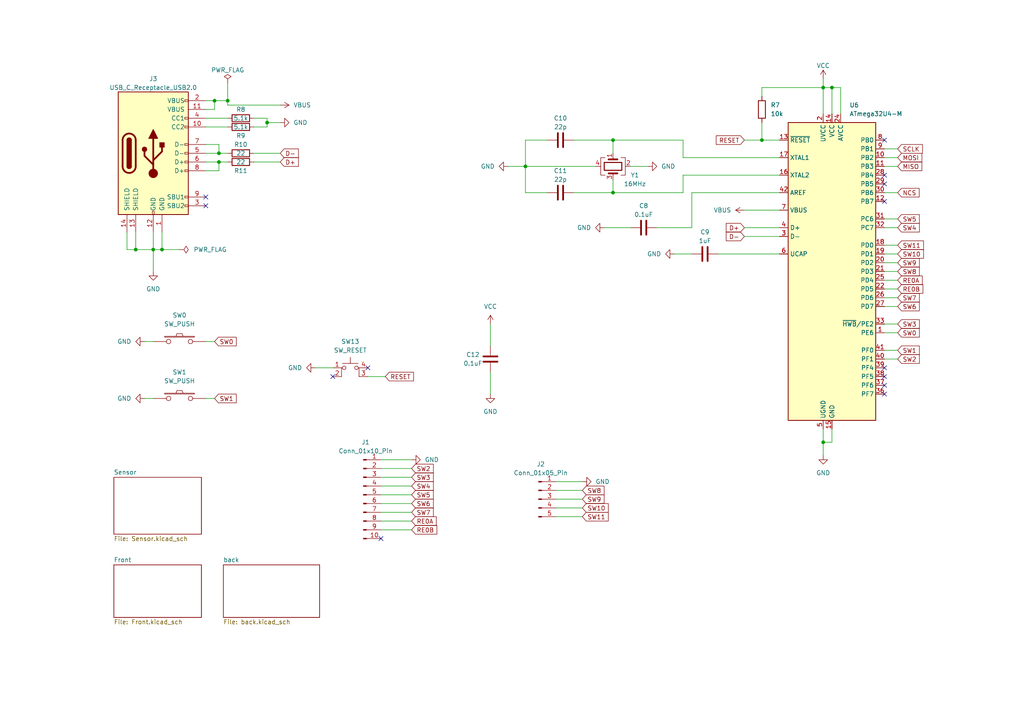
<source format=kicad_sch>
(kicad_sch (version 20230121) (generator eeschema)
  (paper "A4")
  (lib_symbols
    (symbol "Connector:Conn_01x05_Pin" (pin_names (offset 1.016) hide)
      (property "Reference" "J" (at 0 7.62 0))
      (property "Value" "Conn_01x05_Pin" (at 0 -7.62 0))
      (symbol "Conn_01x05_Pin_1_1"
        (polyline (pts (xy 1.27 -5.08) (xy 0.8636 -5.08)) (stroke (width 0.1524)))
        (polyline (pts (xy 1.27 -2.54) (xy 0.8636 -2.54)) (stroke (width 0.1524)))
        (polyline (pts (xy 1.27 0) (xy 0.8636 0)) (stroke (width 0.1524)))
        (polyline (pts (xy 1.27 2.54) (xy 0.8636 2.54)) (stroke (width 0.1524)))
        (polyline (pts (xy 1.27 5.08) (xy 0.8636 5.08)) (stroke (width 0.1524)))
        (rectangle (start 0.8636 -4.953) (end 0 -5.207) (stroke (width 0.1524)) (fill (type outline)))
        (rectangle (start 0.8636 -2.413) (end 0 -2.667) (stroke (width 0.1524)) (fill (type outline)))
        (rectangle (start 0.8636 0.127) (end 0 -0.127) (stroke (width 0.1524)) (fill (type outline)))
        (rectangle (start 0.8636 2.667) (end 0 2.413) (stroke (width 0.1524)) (fill (type outline)))
        (rectangle (start 0.8636 5.207) (end 0 4.953) (stroke (width 0.1524)) (fill (type outline)))
        (pin passive line (at 5.08 5.08 180) (length 3.81) (name "Pin_1") (number "1"))
        (pin passive line (at 5.08 2.54 180) (length 3.81) (name "Pin_2") (number "2"))
        (pin passive line (at 5.08 0 180) (length 3.81) (name "Pin_3") (number "3"))
        (pin passive line (at 5.08 -2.54 180) (length 3.81) (name "Pin_4") (number "4"))
        (pin passive line (at 5.08 -5.08 180) (length 3.81) (name "Pin_5") (number "5"))
      )
    )
    (symbol "Connector:Conn_01x10_Pin" (pin_names (offset 1.016) hide)
      (property "Reference" "J" (at 0 12.7 0))
      (property "Value" "Conn_01x10_Pin" (at 0 -15.24 0))
      (symbol "Conn_01x10_Pin_1_1"
        (polyline (pts (xy 1.27 -12.7) (xy 0.8636 -12.7)) (stroke (width 0.1524)))
        (polyline (pts (xy 1.27 -10.16) (xy 0.8636 -10.16)) (stroke (width 0.1524)))
        (polyline (pts (xy 1.27 -7.62) (xy 0.8636 -7.62)) (stroke (width 0.1524)))
        (polyline (pts (xy 1.27 -5.08) (xy 0.8636 -5.08)) (stroke (width 0.1524)))
        (polyline (pts (xy 1.27 -2.54) (xy 0.8636 -2.54)) (stroke (width 0.1524)))
        (polyline (pts (xy 1.27 0) (xy 0.8636 0)) (stroke (width 0.1524)))
        (polyline (pts (xy 1.27 2.54) (xy 0.8636 2.54)) (stroke (width 0.1524)))
        (polyline (pts (xy 1.27 5.08) (xy 0.8636 5.08)) (stroke (width 0.1524)))
        (polyline (pts (xy 1.27 7.62) (xy 0.8636 7.62)) (stroke (width 0.1524)))
        (polyline (pts (xy 1.27 10.16) (xy 0.8636 10.16)) (stroke (width 0.1524)))
        (rectangle (start 0.8636 -12.573) (end 0 -12.827) (stroke (width 0.1524)) (fill (type outline)))
        (rectangle (start 0.8636 -10.033) (end 0 -10.287) (stroke (width 0.1524)) (fill (type outline)))
        (rectangle (start 0.8636 -7.493) (end 0 -7.747) (stroke (width 0.1524)) (fill (type outline)))
        (rectangle (start 0.8636 -4.953) (end 0 -5.207) (stroke (width 0.1524)) (fill (type outline)))
        (rectangle (start 0.8636 -2.413) (end 0 -2.667) (stroke (width 0.1524)) (fill (type outline)))
        (rectangle (start 0.8636 0.127) (end 0 -0.127) (stroke (width 0.1524)) (fill (type outline)))
        (rectangle (start 0.8636 2.667) (end 0 2.413) (stroke (width 0.1524)) (fill (type outline)))
        (rectangle (start 0.8636 5.207) (end 0 4.953) (stroke (width 0.1524)) (fill (type outline)))
        (rectangle (start 0.8636 7.747) (end 0 7.493) (stroke (width 0.1524)) (fill (type outline)))
        (rectangle (start 0.8636 10.287) (end 0 10.033) (stroke (width 0.1524)) (fill (type outline)))
        (pin passive line (at 5.08 10.16 180) (length 3.81) (name "Pin_1") (number "1"))
        (pin passive line (at 5.08 -12.7 180) (length 3.81) (name "Pin_10") (number "10"))
        (pin passive line (at 5.08 7.62 180) (length 3.81) (name "Pin_2") (number "2"))
        (pin passive line (at 5.08 5.08 180) (length 3.81) (name "Pin_3") (number "3"))
        (pin passive line (at 5.08 2.54 180) (length 3.81) (name "Pin_4") (number "4"))
        (pin passive line (at 5.08 0 180) (length 3.81) (name "Pin_5") (number "5"))
        (pin passive line (at 5.08 -2.54 180) (length 3.81) (name "Pin_6") (number "6"))
        (pin passive line (at 5.08 -5.08 180) (length 3.81) (name "Pin_7") (number "7"))
        (pin passive line (at 5.08 -7.62 180) (length 3.81) (name "Pin_8") (number "8"))
        (pin passive line (at 5.08 -10.16 180) (length 3.81) (name "Pin_9") (number "9"))
      )
    )
    (symbol "Connector:USB_C_Receptacle_USB2.0" (pin_names (offset 1.016))
      (property "Reference" "J3" (at 0 21.59 0))
      (property "Value" "USB_C_Receptacle_USB2.0" (at 0 19.05 0))
      (symbol "USB_C_Receptacle_USB2.0_0_0"
        (rectangle (start -0.254 -17.78) (end 0.254 -16.764))
        (rectangle (start 10.16 -14.986) (end 9.144 -15.494))
        (rectangle (start 10.16 -12.446) (end 9.144 -12.954))
        (rectangle (start 10.16 -4.826) (end 9.144 -5.334))
        (rectangle (start 10.16 -2.286) (end 9.144 -2.794))
        (rectangle (start 10.16 0.254) (end 9.144 -0.254))
        (rectangle (start 10.16 2.794) (end 9.144 2.286))
        (rectangle (start 10.16 7.874) (end 9.144 7.366))
        (rectangle (start 10.16 10.414) (end 9.144 9.906))
        (rectangle (start 10.16 15.494) (end 9.144 14.986))
      )
      (symbol "USB_C_Receptacle_USB2.0_0_1"
        (rectangle (start -10.16 17.78) (end 10.16 -17.78) (stroke (width 0.254)) (fill (type background)))
        (arc (start -8.89 -3.81) (mid -6.985 -5.7067) (end -5.08 -3.81) (stroke (width 0.508)))
        (arc (start -7.62 -3.81) (mid -6.985 -4.4423) (end -6.35 -3.81) (stroke (width 0.254)))
        (arc (start -7.62 -3.81) (mid -6.985 -4.4423) (end -6.35 -3.81) (stroke (width 0.254)) (fill (type outline)))
        (rectangle (start -7.62 -3.81) (end -6.35 3.81) (stroke (width 0.254)) (fill (type outline)))
        (arc (start -6.35 3.81) (mid -6.985 4.4423) (end -7.62 3.81) (stroke (width 0.254)))
        (arc (start -6.35 3.81) (mid -6.985 4.4423) (end -7.62 3.81) (stroke (width 0.254)) (fill (type outline)))
        (arc (start -5.08 3.81) (mid -6.985 5.7067) (end -8.89 3.81) (stroke (width 0.508)))
        (circle (center -2.54 1.143) (radius 0.635) (stroke (width 0.254)) (fill (type outline)))
        (circle (center 0 -5.842) (radius 1.27) (fill (type outline)))
        (polyline (pts (xy -8.89 -3.81) (xy -8.89 3.81)) (stroke (width 0.508)))
        (polyline (pts (xy -5.08 3.81) (xy -5.08 -3.81)) (stroke (width 0.508)))
        (polyline (pts (xy 0 -5.842) (xy 0 4.318)) (stroke (width 0.508)))
        (polyline (pts (xy 0 -3.302) (xy -2.54 -0.762) (xy -2.54 0.508)) (stroke (width 0.508)))
        (polyline (pts (xy 0 -2.032) (xy 2.54 0.508) (xy 2.54 1.778)) (stroke (width 0.508)))
        (polyline (pts (xy -1.27 4.318) (xy 0 6.858) (xy 1.27 4.318) (xy -1.27 4.318)) (stroke (width 0.254)) (fill (type outline)))
        (rectangle (start 1.905 1.778) (end 3.175 3.048) (stroke (width 0.254)) (fill (type outline)))
      )
      (symbol "USB_C_Receptacle_USB2.0_1_1"
        (pin passive line (at 2.54 -22.86 90) (length 5.08) (name "GND") (number "1"))
        (pin bidirectional line (at 15.24 7.62 180) (length 5.08) (name "CC2") (number "10"))
        (pin passive line (at 15.24 12.7 180) (length 5.08) (name "VBUS") (number "11"))
        (pin passive line (at 0 -22.86 90) (length 5.08) (name "GND") (number "12"))
        (pin passive line (at -5.08 -22.86 90) (length 5.08) (name "SHIELD") (number "13"))
        (pin passive line (at -7.62 -22.86 90) (length 5.08) (name "SHIELD") (number "14"))
        (pin passive line (at 15.24 15.24 180) (length 5.08) (name "VBUS") (number "2"))
        (pin bidirectional line (at 15.24 -15.24 180) (length 5.08) (name "SBU2") (number "3"))
        (pin bidirectional line (at 15.24 10.16 180) (length 5.08) (name "CC1") (number "4"))
        (pin bidirectional line (at 15.24 0 180) (length 5.08) (name "D-") (number "5"))
        (pin bidirectional line (at 15.24 -2.54 180) (length 5.08) (name "D+") (number "6"))
        (pin bidirectional line (at 15.24 2.54 180) (length 5.08) (name "D-") (number "7"))
        (pin bidirectional line (at 15.24 -5.08 180) (length 5.08) (name "D+") (number "8"))
        (pin bidirectional line (at 15.24 -12.7 180) (length 5.08) (name "SBU1") (number "9"))
      )
    )
    (symbol "Device:C" (pin_numbers hide) (pin_names (offset 0.254))
      (property "Reference" "C" (at 0.635 2.54 0))
      (property "Value" "C" (at 0.635 -2.54 0))
      (symbol "C_0_1"
        (polyline (pts (xy -2.032 -0.762) (xy 2.032 -0.762)) (stroke (width 0.508)))
        (polyline (pts (xy -2.032 0.762) (xy 2.032 0.762)) (stroke (width 0.508)))
      )
      (symbol "C_1_1"
        (pin passive line (at 0 3.81 270) (length 2.794) (name "~") (number "1"))
        (pin passive line (at 0 -3.81 90) (length 2.794) (name "~") (number "2"))
      )
    )
    (symbol "Device:Crystal_GND24" (pin_names (offset 1.016) hide)
      (property "Reference" "Y" (at 3.175 5.08 0))
      (property "Value" "Crystal_GND24" (at 3.175 3.175 0))
      (symbol "Crystal_GND24_0_1"
        (rectangle (start -1.143 2.54) (end 1.143 -2.54) (stroke (width 0.3048)))
        (polyline (pts (xy -2.54 0) (xy -2.032 0)))
        (polyline (pts (xy -2.032 -1.27) (xy -2.032 1.27)) (stroke (width 0.508)))
        (polyline (pts (xy 0 -3.81) (xy 0 -3.556)))
        (polyline (pts (xy 0 3.556) (xy 0 3.81)))
        (polyline (pts (xy 2.032 -1.27) (xy 2.032 1.27)) (stroke (width 0.508)))
        (polyline (pts (xy 2.032 0) (xy 2.54 0)))
        (polyline (pts (xy -2.54 -2.286) (xy -2.54 -3.556) (xy 2.54 -3.556) (xy 2.54 -2.286)))
        (polyline (pts (xy -2.54 2.286) (xy -2.54 3.556) (xy 2.54 3.556) (xy 2.54 2.286)))
      )
      (symbol "Crystal_GND24_1_1"
        (pin passive line (at -3.81 0 0) (length 1.27) (name "1") (number "1"))
        (pin passive line (at 0 5.08 270) (length 1.27) (name "2") (number "2"))
        (pin passive line (at 3.81 0 180) (length 1.27) (name "3") (number "3"))
        (pin passive line (at 0 -5.08 90) (length 1.27) (name "4") (number "4"))
      )
    )
    (symbol "Device:R" (pin_numbers hide) (pin_names (offset 0))
      (property "Reference" "R" (at 2.032 0 90))
      (property "Value" "R" (at 0 0 90))
      (symbol "R_0_1"
        (rectangle (start -1.016 -2.54) (end 1.016 2.54) (stroke (width 0.254)))
      )
      (symbol "R_1_1"
        (pin passive line (at 0 3.81 270) (length 1.27) (name "~") (number "1"))
        (pin passive line (at 0 -3.81 90) (length 1.27) (name "~") (number "2"))
      )
    )
    (symbol "MCU_Microchip_ATmega:ATmega32U4-M"
      (property "Reference" "U" (at -12.7 44.45 0))
      (property "Value" "ATmega32U4-M" (at 2.54 -44.45 0))
      (symbol "ATmega32U4-M_0_1"
        (rectangle (start -12.7 -43.18) (end 12.7 43.18) (stroke (width 0.254)) (fill (type background)))
      )
      (symbol "ATmega32U4-M_1_1"
        (pin bidirectional line (at 15.24 -17.78 180) (length 2.54) (name "PE6") (number "1"))
        (pin bidirectional line (at 15.24 33.02 180) (length 2.54) (name "PB2") (number "10"))
        (pin bidirectional line (at 15.24 30.48 180) (length 2.54) (name "PB3") (number "11"))
        (pin bidirectional line (at 15.24 20.32 180) (length 2.54) (name "PB7") (number "12"))
        (pin input line (at -15.24 38.1 0) (length 2.54) (name "~{RESET}") (number "13"))
        (pin power_in line (at 0 45.72 270) (length 2.54) (name "VCC") (number "14"))
        (pin power_in line (at 0 -45.72 90) (length 2.54) (name "GND") (number "15"))
        (pin output line (at -15.24 27.94 0) (length 2.54) (name "XTAL2") (number "16"))
        (pin input line (at -15.24 33.02 0) (length 2.54) (name "XTAL1") (number "17"))
        (pin bidirectional line (at 15.24 7.62 180) (length 2.54) (name "PD0") (number "18"))
        (pin bidirectional line (at 15.24 5.08 180) (length 2.54) (name "PD1") (number "19"))
        (pin power_in line (at -2.54 45.72 270) (length 2.54) (name "UVCC") (number "2"))
        (pin bidirectional line (at 15.24 2.54 180) (length 2.54) (name "PD2") (number "20"))
        (pin bidirectional line (at 15.24 0 180) (length 2.54) (name "PD3") (number "21"))
        (pin bidirectional line (at 15.24 -5.08 180) (length 2.54) (name "PD5") (number "22"))
        (pin passive line (at 0 -45.72 90) (length 2.54) hide (name "GND") (number "23"))
        (pin power_in line (at 2.54 45.72 270) (length 2.54) (name "AVCC") (number "24"))
        (pin bidirectional line (at 15.24 -2.54 180) (length 2.54) (name "PD4") (number "25"))
        (pin bidirectional line (at 15.24 -7.62 180) (length 2.54) (name "PD6") (number "26"))
        (pin bidirectional line (at 15.24 -10.16 180) (length 2.54) (name "PD7") (number "27"))
        (pin bidirectional line (at 15.24 27.94 180) (length 2.54) (name "PB4") (number "28"))
        (pin bidirectional line (at 15.24 25.4 180) (length 2.54) (name "PB5") (number "29"))
        (pin bidirectional line (at -15.24 10.16 0) (length 2.54) (name "D-") (number "3"))
        (pin bidirectional line (at 15.24 22.86 180) (length 2.54) (name "PB6") (number "30"))
        (pin bidirectional line (at 15.24 15.24 180) (length 2.54) (name "PC6") (number "31"))
        (pin bidirectional line (at 15.24 12.7 180) (length 2.54) (name "PC7") (number "32"))
        (pin bidirectional line (at 15.24 -15.24 180) (length 2.54) (name "~{HWB}/PE2") (number "33"))
        (pin passive line (at 0 45.72 270) (length 2.54) hide (name "VCC") (number "34"))
        (pin passive line (at 0 -45.72 90) (length 2.54) hide (name "GND") (number "35"))
        (pin bidirectional line (at 15.24 -35.56 180) (length 2.54) (name "PF7") (number "36"))
        (pin bidirectional line (at 15.24 -33.02 180) (length 2.54) (name "PF6") (number "37"))
        (pin bidirectional line (at 15.24 -30.48 180) (length 2.54) (name "PF5") (number "38"))
        (pin bidirectional line (at 15.24 -27.94 180) (length 2.54) (name "PF4") (number "39"))
        (pin bidirectional line (at -15.24 12.7 0) (length 2.54) (name "D+") (number "4"))
        (pin bidirectional line (at 15.24 -25.4 180) (length 2.54) (name "PF1") (number "40"))
        (pin bidirectional line (at 15.24 -22.86 180) (length 2.54) (name "PF0") (number "41"))
        (pin passive line (at -15.24 22.86 0) (length 2.54) (name "AREF") (number "42"))
        (pin passive line (at 0 -45.72 90) (length 2.54) hide (name "GND") (number "43"))
        (pin passive line (at 2.54 45.72 270) (length 2.54) hide (name "AVCC") (number "44"))
        (pin passive line (at 0 -45.72 90) (length 2.54) hide (name "GND") (number "45"))
        (pin passive line (at -2.54 -45.72 90) (length 2.54) (name "UGND") (number "5"))
        (pin passive line (at -15.24 5.08 0) (length 2.54) (name "UCAP") (number "6"))
        (pin input line (at -15.24 17.78 0) (length 2.54) (name "VBUS") (number "7"))
        (pin bidirectional line (at 15.24 38.1 180) (length 2.54) (name "PB0") (number "8"))
        (pin bidirectional line (at 15.24 35.56 180) (length 2.54) (name "PB1") (number "9"))
      )
    )
    (symbol "Switch:SW_MEC_5E" (pin_names (offset 1.016) hide)
      (property "Reference" "SW" (at 0.635 5.715 0))
      (property "Value" "SW_MEC_5E" (at 0 -3.175 0))
      (symbol "SW_MEC_5E_0_1"
        (circle (center -1.778 2.54) (radius 0.508))
        (polyline (pts (xy -2.286 3.81) (xy 2.286 3.81)))
        (polyline (pts (xy 0 3.81) (xy 0 5.588)))
        (polyline (pts (xy -2.54 0) (xy -2.54 2.54) (xy -2.286 2.54)))
        (polyline (pts (xy 2.54 0) (xy 2.54 2.54) (xy 2.286 2.54)))
        (circle (center 1.778 2.54) (radius 0.508))
        (pin passive line (at -5.08 2.54 0) (length 2.54) (name "1") (number "1"))
        (pin passive line (at -5.08 0 0) (length 2.54) (name "2") (number "2"))
        (pin passive line (at 5.08 0 180) (length 2.54) (name "K") (number "3"))
        (pin passive line (at 5.08 2.54 180) (length 2.54) (name "A") (number "4"))
      )
    )
    (symbol "kbd:SW_PUSH" (pin_numbers hide) (pin_names (offset 1.016) hide)
      (property "Reference" "SW" (at 3.81 2.794 0))
      (property "Value" "SW_PUSH" (at 0 -2.032 0))
      (symbol "SW_PUSH_0_1"
        (rectangle (start -4.318 1.27) (end 4.318 1.524))
        (polyline (pts (xy -1.016 1.524) (xy -0.762 2.286) (xy 0.762 2.286) (xy 1.016 1.524)))
        (pin passive inverted (at -7.62 0 0) (length 5.08) (name "1") (number "1"))
        (pin passive inverted (at 7.62 0 180) (length 5.08) (name "2") (number "2"))
      )
    )
    (symbol "power:GND" (power) (pin_names (offset 0))
      (property "Value" "GND" (at 0 -3.81 0))
      (symbol "GND_0_1"
        (polyline (pts (xy 0 0) (xy 0 -1.27) (xy 1.27 -1.27) (xy 0 -2.54) (xy -1.27 -1.27) (xy 0 -1.27)))
      )
      (symbol "GND_1_1"
        (pin power_in line (at 0 0 270) (length 0) hide (name "GND") (number "1"))
      )
    )
    (symbol "power:PWR_FLAG" (power) (pin_numbers hide) (pin_names (offset 0) hide)
      (property "Value" "PWR_FLAG" (at 0 3.81 0))
      (symbol "PWR_FLAG_0_0"
        (pin power_out line (at 0 0 90) (length 0) (name "pwr") (number "1"))
      )
      (symbol "PWR_FLAG_0_1"
        (polyline (pts (xy 0 0) (xy 0 1.27) (xy -1.016 1.905) (xy 0 2.54) (xy 1.016 1.905) (xy 0 1.27)))
      )
    )
    (symbol "power:VBUS" (power) (pin_names (offset 0))
      (property "Value" "VBUS" (at 0 3.81 0))
      (symbol "VBUS_0_1"
        (polyline (pts (xy -0.762 1.27) (xy 0 2.54)))
        (polyline (pts (xy 0 0) (xy 0 2.54)))
        (polyline (pts (xy 0 2.54) (xy 0.762 1.27)))
      )
      (symbol "VBUS_1_1"
        (pin power_in line (at 0 0 90) (length 0) hide (name "VBUS") (number "1"))
      )
    )
    (symbol "power:VCC" (power) (pin_names (offset 0))
      (property "Value" "VCC" (at 0 3.81 0))
      (symbol "VCC_0_1"
        (polyline (pts (xy -0.762 1.27) (xy 0 2.54)))
        (polyline (pts (xy 0 0) (xy 0 2.54)))
        (polyline (pts (xy 0 2.54) (xy 0.762 1.27)))
      )
      (symbol "VCC_1_1"
        (pin power_in line (at 0 0 90) (length 0) hide (name "VCC") (number "1"))
      )
    )
  )
  (junction (at 63.5 46.99))
  (junction (at 44.45 72.39))
  (junction (at 66.04 29.21))
  (junction (at 39.37 72.39))
  (junction (at 220.98 40.64))
  (junction (at 238.76 25.4))
  (junction (at 238.76 128.27))
  (junction (at 63.5 44.45))
  (junction (at 62.23 29.21))
  (junction (at 177.8 55.88))
  (junction (at 177.8 40.64))
  (junction (at 152.4 48.26))
  (junction (at 241.3 25.4))
  (junction (at 46.99 72.39))
  (junction (at 77.47 35.56))
  (no_connect (at 96.52 109.22))
  (no_connect (at 59.69 57.15))
  (no_connect (at 59.69 59.69))
  (no_connect (at 256.54 50.8))
  (no_connect (at 256.54 106.68))
  (no_connect (at 256.54 111.76))
  (no_connect (at 110.49 156.21))
  (no_connect (at 256.54 58.42))
  (no_connect (at 256.54 40.64))
  (no_connect (at 256.54 114.3))
  (no_connect (at 106.68 106.68))
  (no_connect (at 256.54 109.22))
  (no_connect (at 256.54 53.34))
  (wire (pts (xy 182.88 66.04) (xy 175.26 66.04)))
  (wire (pts (xy 44.45 72.39) (xy 46.99 72.39)))
  (wire (pts (xy 161.29 149.86) (xy 168.91 149.86)))
  (wire (pts (xy 215.9 68.58) (xy 226.06 68.58)))
  (wire (pts (xy 110.49 133.35) (xy 119.38 133.35)))
  (wire (pts (xy 77.47 36.83) (xy 77.47 35.56)))
  (wire (pts (xy 110.49 146.05) (xy 119.38 146.05)))
  (wire (pts (xy 59.69 49.53) (xy 63.5 49.53)))
  (wire (pts (xy 152.4 40.64) (xy 152.4 48.26)))
  (wire (pts (xy 220.98 40.64) (xy 226.06 40.64)))
  (wire (pts (xy 77.47 35.56) (xy 81.28 35.56)))
  (wire (pts (xy 241.3 33.02) (xy 241.3 25.4)))
  (wire (pts (xy 195.58 73.66) (xy 200.66 73.66)))
  (wire (pts (xy 59.69 44.45) (xy 63.5 44.45)))
  (wire (pts (xy 198.12 55.88) (xy 177.8 55.88)))
  (wire (pts (xy 63.5 46.99) (xy 66.04 46.99)))
  (wire (pts (xy 41.91 115.57) (xy 44.45 115.57)))
  (wire (pts (xy 238.76 128.27) (xy 238.76 132.08)))
  (wire (pts (xy 215.9 60.96) (xy 226.06 60.96)))
  (wire (pts (xy 91.44 106.68) (xy 96.52 106.68)))
  (wire (pts (xy 256.54 101.6) (xy 260.35 101.6)))
  (wire (pts (xy 166.37 55.88) (xy 177.8 55.88)))
  (wire (pts (xy 59.69 29.21) (xy 62.23 29.21)))
  (wire (pts (xy 256.54 81.28) (xy 260.35 81.28)))
  (wire (pts (xy 110.49 140.97) (xy 119.38 140.97)))
  (wire (pts (xy 63.5 41.91) (xy 63.5 44.45)))
  (wire (pts (xy 208.28 73.66) (xy 226.06 73.66)))
  (wire (pts (xy 110.49 151.13) (xy 119.38 151.13)))
  (wire (pts (xy 106.68 109.22) (xy 111.76 109.22)))
  (wire (pts (xy 243.84 25.4) (xy 241.3 25.4)))
  (wire (pts (xy 41.91 99.06) (xy 44.45 99.06)))
  (wire (pts (xy 243.84 33.02) (xy 243.84 25.4)))
  (wire (pts (xy 241.3 25.4) (xy 238.76 25.4)))
  (wire (pts (xy 256.54 83.82) (xy 260.35 83.82)))
  (wire (pts (xy 226.06 55.88) (xy 200.66 55.88)))
  (wire (pts (xy 241.3 128.27) (xy 238.76 128.27)))
  (wire (pts (xy 256.54 88.9) (xy 260.35 88.9)))
  (wire (pts (xy 226.06 45.72) (xy 198.12 45.72)))
  (wire (pts (xy 220.98 25.4) (xy 220.98 27.94)))
  (wire (pts (xy 62.23 29.21) (xy 66.04 29.21)))
  (wire (pts (xy 62.23 31.75) (xy 62.23 29.21)))
  (wire (pts (xy 59.69 46.99) (xy 63.5 46.99)))
  (wire (pts (xy 66.04 30.48) (xy 81.28 30.48)))
  (wire (pts (xy 46.99 72.39) (xy 52.07 72.39)))
  (wire (pts (xy 36.83 72.39) (xy 39.37 72.39)))
  (wire (pts (xy 161.29 142.24) (xy 168.91 142.24)))
  (wire (pts (xy 46.99 67.31) (xy 46.99 72.39)))
  (wire (pts (xy 110.49 135.89) (xy 119.38 135.89)))
  (wire (pts (xy 59.69 99.06) (xy 62.23 99.06)))
  (wire (pts (xy 256.54 78.74) (xy 260.35 78.74)))
  (wire (pts (xy 238.76 25.4) (xy 238.76 33.02)))
  (wire (pts (xy 177.8 55.88) (xy 177.8 52.07)))
  (wire (pts (xy 198.12 40.64) (xy 177.8 40.64)))
  (wire (pts (xy 77.47 34.29) (xy 77.47 35.56)))
  (wire (pts (xy 200.66 55.88) (xy 200.66 66.04)))
  (wire (pts (xy 142.24 93.98) (xy 142.24 100.33)))
  (wire (pts (xy 152.4 48.26) (xy 172.72 48.26)))
  (wire (pts (xy 238.76 22.86) (xy 238.76 25.4)))
  (wire (pts (xy 66.04 30.48) (xy 66.04 29.21)))
  (wire (pts (xy 256.54 86.36) (xy 260.35 86.36)))
  (wire (pts (xy 59.69 41.91) (xy 63.5 41.91)))
  (wire (pts (xy 256.54 66.04) (xy 260.35 66.04)))
  (wire (pts (xy 238.76 124.46) (xy 238.76 128.27)))
  (wire (pts (xy 152.4 55.88) (xy 152.4 48.26)))
  (wire (pts (xy 238.76 25.4) (xy 220.98 25.4)))
  (wire (pts (xy 39.37 67.31) (xy 39.37 72.39)))
  (wire (pts (xy 198.12 50.8) (xy 198.12 55.88)))
  (wire (pts (xy 158.75 40.64) (xy 152.4 40.64)))
  (wire (pts (xy 147.32 48.26) (xy 152.4 48.26)))
  (wire (pts (xy 256.54 63.5) (xy 260.35 63.5)))
  (wire (pts (xy 256.54 55.88) (xy 260.35 55.88)))
  (wire (pts (xy 73.66 46.99) (xy 81.28 46.99)))
  (wire (pts (xy 200.66 66.04) (xy 190.5 66.04)))
  (wire (pts (xy 256.54 43.18) (xy 260.35 43.18)))
  (wire (pts (xy 256.54 73.66) (xy 260.35 73.66)))
  (wire (pts (xy 63.5 49.53) (xy 63.5 46.99)))
  (wire (pts (xy 226.06 50.8) (xy 198.12 50.8)))
  (wire (pts (xy 73.66 44.45) (xy 81.28 44.45)))
  (wire (pts (xy 256.54 45.72) (xy 260.35 45.72)))
  (wire (pts (xy 198.12 45.72) (xy 198.12 40.64)))
  (wire (pts (xy 161.29 139.7) (xy 168.91 139.7)))
  (wire (pts (xy 161.29 147.32) (xy 168.91 147.32)))
  (wire (pts (xy 63.5 44.45) (xy 66.04 44.45)))
  (wire (pts (xy 161.29 144.78) (xy 168.91 144.78)))
  (wire (pts (xy 256.54 76.2) (xy 260.35 76.2)))
  (wire (pts (xy 142.24 107.95) (xy 142.24 114.3)))
  (wire (pts (xy 256.54 93.98) (xy 260.35 93.98)))
  (wire (pts (xy 110.49 143.51) (xy 119.38 143.51)))
  (wire (pts (xy 215.9 66.04) (xy 226.06 66.04)))
  (wire (pts (xy 59.69 31.75) (xy 62.23 31.75)))
  (wire (pts (xy 36.83 67.31) (xy 36.83 72.39)))
  (wire (pts (xy 220.98 35.56) (xy 220.98 40.64)))
  (wire (pts (xy 256.54 48.26) (xy 260.35 48.26)))
  (wire (pts (xy 177.8 40.64) (xy 177.8 44.45)))
  (wire (pts (xy 166.37 40.64) (xy 177.8 40.64)))
  (wire (pts (xy 158.75 55.88) (xy 152.4 55.88)))
  (wire (pts (xy 59.69 36.83) (xy 66.04 36.83)))
  (wire (pts (xy 39.37 72.39) (xy 44.45 72.39)))
  (wire (pts (xy 66.04 24.13) (xy 66.04 29.21)))
  (wire (pts (xy 73.66 34.29) (xy 77.47 34.29)))
  (wire (pts (xy 110.49 153.67) (xy 119.38 153.67)))
  (wire (pts (xy 256.54 104.14) (xy 260.35 104.14)))
  (wire (pts (xy 59.69 34.29) (xy 66.04 34.29)))
  (wire (pts (xy 241.3 124.46) (xy 241.3 128.27)))
  (wire (pts (xy 73.66 36.83) (xy 77.47 36.83)))
  (wire (pts (xy 44.45 72.39) (xy 44.45 78.74)))
  (wire (pts (xy 44.45 67.31) (xy 44.45 72.39)))
  (wire (pts (xy 215.9 40.64) (xy 220.98 40.64)))
  (wire (pts (xy 182.88 48.26) (xy 187.96 48.26)))
  (wire (pts (xy 256.54 96.52) (xy 260.35 96.52)))
  (wire (pts (xy 256.54 71.12) (xy 260.35 71.12)))
  (wire (pts (xy 110.49 138.43) (xy 119.38 138.43)))
  (wire (pts (xy 110.49 148.59) (xy 119.38 148.59)))
  (wire (pts (xy 59.69 115.57) (xy 62.23 115.57)))
  (global_label "RESET" (shape input) (at 111.76 109.22 0) (property "Intersheetrefs" "${INTERSHEET_REFS}" (effects hide)))
  (global_label "SW5" (shape input) (at 260.35 63.5 0) (property "Intersheetrefs" "${INTERSHEET_REFS}" (effects hide)))
  (global_label "RE0B" (shape input) (at 260.35 83.82 0) (property "Intersheetrefs" "${INTERSHEET_REFS}" (effects hide)))
  (global_label "RE0A" (shape input) (at 119.38 151.13 0) (property "Intersheetrefs" "${INTERSHEET_REFS}" (effects hide)))
  (global_label "SW7" (shape input) (at 260.35 86.36 0) (property "Intersheetrefs" "${INTERSHEET_REFS}" (effects hide)))
  (global_label "D-" (shape input) (at 215.9 68.58 180) (property "Intersheetrefs" "${INTERSHEET_REFS}" (effects hide)))
  (global_label "SW5" (shape input) (at 119.38 143.51 0) (property "Intersheetrefs" "${INTERSHEET_REFS}" (effects hide)))
  (global_label "SW9" (shape input) (at 168.91 144.78 0) (property "Intersheetrefs" "${INTERSHEET_REFS}" (effects hide)))
  (global_label "SW3" (shape input) (at 260.35 93.98 0) (property "Intersheetrefs" "${INTERSHEET_REFS}" (effects hide)))
  (global_label "D+" (shape input) (at 81.28 46.99 0) (property "Intersheetrefs" "${INTERSHEET_REFS}" (effects hide)))
  (global_label "SW4" (shape input) (at 119.38 140.97 0) (property "Intersheetrefs" "${INTERSHEET_REFS}" (effects hide)))
  (global_label "D+" (shape input) (at 215.9 66.04 180) (property "Intersheetrefs" "${INTERSHEET_REFS}" (effects hide)))
  (global_label "D-" (shape input) (at 81.28 44.45 0) (property "Intersheetrefs" "${INTERSHEET_REFS}" (effects hide)))
  (global_label "SW1" (shape input) (at 260.35 101.6 0) (property "Intersheetrefs" "${INTERSHEET_REFS}" (effects hide)))
  (global_label "SW10" (shape input) (at 260.35 73.66 0) (property "Intersheetrefs" "${INTERSHEET_REFS}" (effects hide)))
  (global_label "SW8" (shape input) (at 168.91 142.24 0) (property "Intersheetrefs" "${INTERSHEET_REFS}" (effects hide)))
  (global_label "SW9" (shape input) (at 260.35 76.2 0) (property "Intersheetrefs" "${INTERSHEET_REFS}" (effects hide)))
  (global_label "SW6" (shape input) (at 119.38 146.05 0) (property "Intersheetrefs" "${INTERSHEET_REFS}" (effects hide)))
  (global_label "RE0B" (shape input) (at 119.38 153.67 0) (property "Intersheetrefs" "${INTERSHEET_REFS}" (effects hide)))
  (global_label "SCLK" (shape input) (at 260.35 43.18 0) (property "Intersheetrefs" "${INTERSHEET_REFS}" (effects hide)))
  (global_label "SW11" (shape input) (at 260.35 71.12 0) (property "Intersheetrefs" "${INTERSHEET_REFS}" (effects hide)))
  (global_label "NCS" (shape input) (at 260.35 55.88 0) (property "Intersheetrefs" "${INTERSHEET_REFS}" (effects hide)))
  (global_label "SW11" (shape input) (at 168.91 149.86 0) (property "Intersheetrefs" "${INTERSHEET_REFS}" (effects hide)))
  (global_label "MOSI" (shape input) (at 260.35 45.72 0) (property "Intersheetrefs" "${INTERSHEET_REFS}" (effects hide)))
  (global_label "RESET" (shape input) (at 215.9 40.64 180) (property "Intersheetrefs" "${INTERSHEET_REFS}" (effects hide)))
  (global_label "SW6" (shape input) (at 260.35 88.9 0) (property "Intersheetrefs" "${INTERSHEET_REFS}" (effects hide)))
  (global_label "MISO" (shape input) (at 260.35 48.26 0) (property "Intersheetrefs" "${INTERSHEET_REFS}" (effects hide)))
  (global_label "SW0" (shape input) (at 260.35 96.52 0) (property "Intersheetrefs" "${INTERSHEET_REFS}" (effects hide)))
  (global_label "SW2" (shape input) (at 119.38 135.89 0) (property "Intersheetrefs" "${INTERSHEET_REFS}" (effects hide)))
  (global_label "SW8" (shape input) (at 260.35 78.74 0) (property "Intersheetrefs" "${INTERSHEET_REFS}" (effects hide)))
  (global_label "SW1" (shape input) (at 62.23 115.57 0) (property "Intersheetrefs" "${INTERSHEET_REFS}" (effects hide)))
  (global_label "SW2" (shape input) (at 260.35 104.14 0) (property "Intersheetrefs" "${INTERSHEET_REFS}" (effects hide)))
  (global_label "SW10" (shape input) (at 168.91 147.32 0) (property "Intersheetrefs" "${INTERSHEET_REFS}" (effects hide)))
  (global_label "SW0" (shape input) (at 62.23 99.06 0) (property "Intersheetrefs" "${INTERSHEET_REFS}" (effects hide)))
  (global_label "SW4" (shape input) (at 260.35 66.04 0) (property "Intersheetrefs" "${INTERSHEET_REFS}" (effects hide)))
  (global_label "SW7" (shape input) (at 119.38 148.59 0) (property "Intersheetrefs" "${INTERSHEET_REFS}" (effects hide)))
  (global_label "SW3" (shape input) (at 119.38 138.43 0) (property "Intersheetrefs" "${INTERSHEET_REFS}" (effects hide)))
  (global_label "RE0A" (shape input) (at 260.35 81.28 0) (property "Intersheetrefs" "${INTERSHEET_REFS}" (effects hide)))
  (symbol (lib_id "kbd:SW_PUSH") (at 52.07 115.57 0) (unit 1)
    (property "Reference" "SW1" (at 52.07 107.95 0))
    (property "Value" "SW_PUSH" (at 52.07 110.49 0))
    (property "Footprint" "0:SW-TH_L6.2-W6.2-P5.00" (effects hide))
    (property "LCSC" "C400268" (effects hide))
  )
  (symbol (lib_id "power:GND") (at 238.76 132.08 0) (unit 1)
    (property "Reference" "#PWR019" (effects hide))
    (property "Value" "GND" (at 238.76 137.16 0))
  )
  (symbol (lib_id "kbd:SW_PUSH") (at 52.07 99.06 0) (unit 1)
    (property "Reference" "SW0" (at 52.07 91.44 0))
    (property "Value" "SW_PUSH" (at 52.07 93.98 0))
    (property "Footprint" "0:SW-TH_L6.2-W6.2-P5.00" (effects hide))
    (property "LCSC" "C400268" (effects hide))
  )
  (symbol (lib_id "power:GND") (at 142.24 114.3 0) (unit 1)
    (property "Reference" "#PWR022" (effects hide))
    (property "Value" "GND" (at 142.24 119.38 0))
  )
  (symbol (lib_id "power:GND") (at 119.38 133.35 90) (mirror x) (unit 1)
    (property "Reference" "#PWR036" (effects hide))
    (property "Value" "GND" (at 123.19 133.35 90) (effects (justify right)))
  )
  (symbol (lib_id "Device:R") (at 69.85 44.45 270) (unit 1)
    (property "Reference" "R10" (at 69.85 41.91 90))
    (property "Value" "22" (at 69.85 44.45 90))
    (property "Footprint" "0:R0603" (effects hide))
    (property "LCSC" "C23345" (effects hide))
  )
  (symbol (lib_id "Device:R") (at 69.85 34.29 270) (unit 1)
    (property "Reference" "R8" (at 69.85 31.75 90))
    (property "Value" "5.1k" (at 69.85 34.29 90))
    (property "Footprint" "0:R0603" (effects hide))
    (property "LCSC" "C23186" (effects hide))
  )
  (symbol (lib_id "Connector:Conn_01x05_Pin") (at 156.21 144.78 0) (unit 1)
    (property "Reference" "J2" (at 156.845 134.62 0))
    (property "Value" "Conn_01x05_Pin" (at 156.845 137.16 0))
    (property "Footprint" "0:CONN-TH_5P-P1.50_B5B-ZR-LF-SN" (effects hide))
    (property "LCSC" "C157990" (effects hide))
  )
  (symbol (lib_id "power:GND") (at 44.45 78.74 0) (unit 1)
    (property "Reference" "#PWR026" (effects hide))
    (property "Value" "GND" (at 44.45 83.82 0))
  )
  (symbol (lib_id "power:GND") (at 168.91 139.7 90) (mirror x) (unit 1)
    (property "Reference" "#PWR037" (effects hide))
    (property "Value" "GND" (at 172.72 139.7 90) (effects (justify right)))
  )
  (symbol (lib_id "power:PWR_FLAG") (at 52.07 72.39 270) (mirror x) (unit 1)
    (property "Reference" "#FLG04" (effects hide))
    (property "Value" "PWR_FLAG" (at 60.96 72.39 90))
  )
  (symbol (lib_id "power:GND") (at 175.26 66.04 270) (unit 1)
    (property "Reference" "#PWR016" (effects hide))
    (property "Value" "GND" (at 171.45 66.04 90) (effects (justify right)))
  )
  (symbol (lib_id "power:GND") (at 91.44 106.68 270) (unit 1)
    (property "Reference" "#PWR028" (effects hide))
    (property "Value" "GND" (at 87.63 106.68 90) (effects (justify right)))
  )
  (symbol (lib_id "power:GND") (at 41.91 99.06 270) (unit 1)
    (property "Reference" "#PWR01" (effects hide))
    (property "Value" "GND" (at 38.1 99.06 90) (effects (justify right)))
  )
  (symbol (lib_id "Device:C") (at 142.24 104.14 0) (unit 1)
    (property "Reference" "C12" (at 137.16 102.87 0))
    (property "Value" "0.1uF" (at 137.16 105.41 0))
    (property "Footprint" "0:C0402" (effects hide))
    (property "LCSC" "C60474" (effects hide))
  )
  (symbol (lib_id "power:GND") (at 195.58 73.66 270) (unit 1)
    (property "Reference" "#PWR018" (effects hide))
    (property "Value" "GND" (at 191.77 73.66 90) (effects (justify right)))
  )
  (symbol (lib_id "power:PWR_FLAG") (at 66.04 24.13 0) (mirror y) (unit 1)
    (property "Reference" "#FLG03" (effects hide))
    (property "Value" "PWR_FLAG" (at 66.04 20.32 0))
  )
  (symbol (lib_id "power:VBUS") (at 215.9 60.96 90) (unit 1)
    (property "Reference" "#PWR017" (effects hide))
    (property "Value" "VBUS" (at 212.09 60.96 90) (effects (justify left)))
  )
  (symbol (lib_id "Device:R") (at 69.85 46.99 270) (unit 1)
    (property "Reference" "R11" (at 69.85 49.53 90))
    (property "Value" "22" (at 69.85 46.99 90))
    (property "Footprint" "0:R0603" (effects hide))
    (property "LCSC" "C23345" (effects hide))
  )
  (symbol (lib_id "power:GND") (at 81.28 35.56 90) (mirror x) (unit 1)
    (property "Reference" "#PWR025" (effects hide))
    (property "Value" "GND" (at 85.09 35.56 90) (effects (justify right)))
  )
  (symbol (lib_id "power:VBUS") (at 81.28 30.48 270) (unit 1)
    (property "Reference" "#PWR024" (effects hide))
    (property "Value" "VBUS" (at 85.09 30.48 90) (effects (justify left)))
  )
  (symbol (lib_id "Device:Crystal_GND24") (at 177.8 48.26 270) (unit 1)
    (property "Reference" "Y1" (at 184.15 50.8 90))
    (property "Value" "16MHz" (at 184.15 53.34 90))
    (property "Footprint" "0:Crystals ROHS 16MHz OSC-SMD_4P-L3.2-W2.5-BL" (effects hide))
    (property "LCSC" "C13738" (effects hide))
  )
  (symbol (lib_id "Connector:Conn_01x10_Pin") (at 105.41 143.51 0) (unit 1)
    (property "Reference" "J1" (at 106.045 128.27 0))
    (property "Value" "Conn_01x10_Pin" (at 106.045 130.81 0))
    (property "Footprint" "0:CONN-TH_B10B-ZR-LF-SN" (effects hide))
    (property "LCSC" "C158036" (effects hide))
  )
  (symbol (lib_id "Device:C") (at 186.69 66.04 270) (unit 1)
    (property "Reference" "C8" (at 186.69 59.69 90))
    (property "Value" "0.1uF" (at 186.69 62.23 90))
    (property "Footprint" "0:C0402" (effects hide))
    (property "LCSC" "C60474" (effects hide))
  )
  (symbol (lib_id "Device:C") (at 162.56 55.88 270) (unit 1)
    (property "Reference" "C11" (at 162.56 49.53 90))
    (property "Value" "22p" (at 162.56 52.07 90))
    (property "Footprint" "0:C0603" (effects hide))
    (property "LCSC" "C105620" (effects hide))
  )
  (symbol (lib_id "power:GND") (at 187.96 48.26 90) (mirror x) (unit 1)
    (property "Reference" "#PWR021" (effects hide))
    (property "Value" "GND" (at 191.77 48.26 90) (effects (justify right)))
  )
  (symbol (lib_id "power:VCC") (at 238.76 22.86 0) (unit 1)
    (property "Reference" "#PWR015" (effects hide))
    (property "Value" "VCC" (at 238.76 19.05 0))
  )
  (symbol (lib_id "MCU_Microchip_ATmega:ATmega32U4-M") (at 241.3 78.74 0) (unit 1)
    (property "Reference" "U6" (at 246.38 30.48 0) (effects (justify left)))
    (property "Value" "ATmega32U4-M" (at 246.38 33.02 0) (effects (justify left)))
    (property "Footprint" "0:ATMEGA32U4-MU VQFN-44_L7.0-W7.0-P0.50-BL-EP5.2" (effects hide))
    (property "Datasheet" "http://ww1.microchip.com/downloads/en/DeviceDoc/Atmel-7766-8-bit-AVR-ATmega16U4-32U4_Datasheet.pdf" (effects hide))
    (property "LCSC" "C112161" (effects hide))
  )
  (symbol (lib_id "Device:C") (at 204.47 73.66 270) (unit 1)
    (property "Reference" "C9" (at 204.47 67.31 90))
    (property "Value" "1uF" (at 204.47 69.85 90))
    (property "Footprint" "0:C0402" (effects hide))
    (property "LCSC" "C14445" (effects hide))
  )
  (symbol (lib_id "Switch:SW_MEC_5E") (at 101.6 109.22 0) (unit 1)
    (property "Reference" "SW13" (at 101.6 99.06 0))
    (property "Value" "SW_RESET" (at 101.6 101.6 0))
    (property "Footprint" "0:SW-SMD_4P-L5.1-W5.1-P3.70-LS6.5-TL-2" (effects hide))
    (property "Datasheet" "http://www.apem.com/int/index.php?controller=attachment&id_attachment=1371" (effects hide))
    (property "LCSC" "C318884" (effects hide))
  )
  (symbol (lib_id "Device:R") (at 69.85 36.83 270) (unit 1)
    (property "Reference" "R9" (at 69.85 39.37 90))
    (property "Value" "5.1k" (at 69.85 36.83 90))
    (property "Footprint" "0:R0603" (effects hide))
    (property "LCSC" "C23186" (effects hide))
  )
  (symbol (lib_id "Device:C") (at 162.56 40.64 270) (unit 1)
    (property "Reference" "C10" (at 162.56 34.29 90))
    (property "Value" "22p" (at 162.56 36.83 90))
    (property "Footprint" "0:C0603" (effects hide))
    (property "LCSC" "C105620" (effects hide))
  )
  (symbol (lib_id "power:GND") (at 41.91 115.57 270) (unit 1)
    (property "Reference" "#PWR05" (effects hide))
    (property "Value" "GND" (at 38.1 115.57 90) (effects (justify right)))
  )
  (symbol (lib_id "power:GND") (at 147.32 48.26 270) (unit 1)
    (property "Reference" "#PWR020" (effects hide))
    (property "Value" "GND" (at 143.51 48.26 90) (effects (justify right)))
  )
  (symbol (lib_id "power:VCC") (at 142.24 93.98 0) (unit 1)
    (property "Reference" "#PWR023" (effects hide))
    (property "Value" "VCC" (at 142.24 88.9 0))
  )
  (symbol (lib_id "Device:R") (at 220.98 31.75 180) (unit 1)
    (property "Reference" "R7" (at 223.52 30.48 0) (effects (justify right)))
    (property "Value" "10k" (at 223.52 33.02 0) (effects (justify right)))
    (property "Footprint" "0:R0603" (effects hide))
    (property "LCSC" "C25804" (effects hide))
  )
  (symbol (lib_id "Connector:USB_C_Receptacle_USB2.0") (at 44.45 44.45 0) (unit 1)
    (property "Reference" "J3" (at 44.45 22.86 0))
    (property "Value" "USB_C_Receptacle_USB2.0" (at 44.45 25.4 0))
    (property "Footprint" "0:USB-C-SMD_TYPE-C-6PIN-2MD-073" (effects hide))
    (property "Datasheet" "https://www.usb.org/sites/default/files/documents/usb_type-c.zip" (effects hide))
    (property "LCSC" "C2765186" (effects hide))
  )
  (sheet (at 33.02 138.43) (size 25.4 16.51) (stroke (width 0.1524))
    (property "Sheetname" "Sensor" (at 33.02 137.7184 0) (effects (justify left bottom)))
    (property "Sheetfile" "Sensor.kicad_sch" (at 33.02 155.5246 0) (effects (justify left top)))
  )
  (sheet (at 33.02 163.83) (size 25.4 15.24) (stroke (width 0.1524))
    (property "Sheetname" "Front" (at 33.02 163.1184 0) (effects (justify left bottom)))
    (property "Sheetfile" "Front.kicad_sch" (at 33.02 179.6546 0) (effects (justify left top)))
  )
  (sheet (at 64.77 163.83) (size 27.94 15.24) (stroke (width 0.1524))
    (property "Sheetname" "back" (at 64.77 163.1184 0) (effects (justify left bottom)))
    (property "Sheetfile" "back.kicad_sch" (at 64.77 179.6546 0) (effects (justify left top)))
  )
)
</source>
